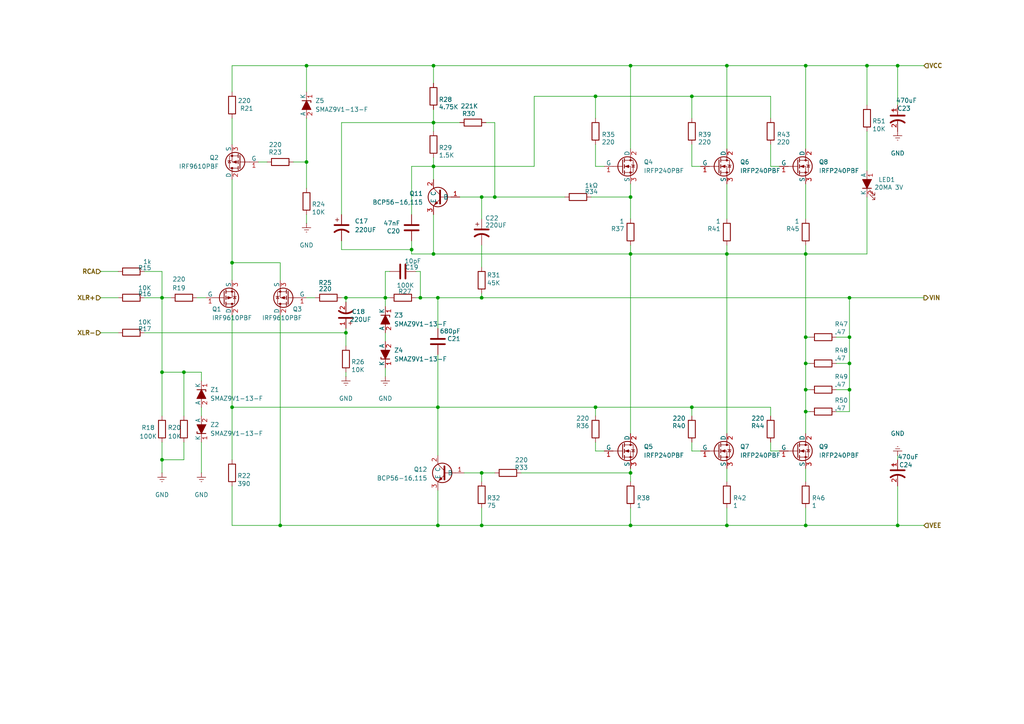
<source format=kicad_sch>
(kicad_sch (version 20250114) (generator "eeschema") (generator_version "9.0")
  (paper "A4")
  (title_block (title "音频放大电路") (date "2025-04-26") (rev "V1"))
  (lib_symbols
    (symbol "UWT1H221MNL1GS_1" (pin_numbers (hide yes)) (pin_names (offset 0) (hide yes))
      (property "Reference" "C" (at 8.89 6.35 0))
      (property "Value" "UWT1H221MNL1GS" (at 8.89 3.81 0))
      (symbol "UWT1H221MNL1GS_1_1_1"
        (pin passive line (at 0 0 0) (length 2.794) (name "1") (number "1"))
        (pin passive line (at 7.62 0 180) (length 3.302) (name "2") (number "2"))
      )
    )
    (symbol "UWT1H221MNL1GS_2" (pin_numbers (hide yes)) (pin_names (offset 0) (hide yes))
      (property "Reference" "C" (at 8.89 6.35 0))
      (property "Value" "UWT1H221MNL1GS" (at 8.89 3.81 0))
      (symbol "UWT1H221MNL1GS_2_1_1"
        (pin passive line (at 0 0 0) (length 2.794) (name "1") (number "1"))
        (pin passive line (at 7.62 0 180) (length 3.302) (name "2") (number "2"))
      )
    )
    (symbol "cus_capacitor:UWT1H221MNL1GS" (pin_names (offset 0) (hide yes))
      (property "Reference" "C" (at 8.89 6.35 0))
      (property "Value" "UWT1H221MNL1GS" (at 8.89 3.81 0))
      (symbol "UWT1H221MNL1GS_1_1"
        (pin passive line (at 0 0 0) (length 2.794) (name "1") (number "1"))
        (pin passive line (at 7.62 0 180) (length 3.302) (name "2") (number "2"))
      )
    )
    (symbol "cus_mosfet:IRF9610PBF" (pin_names (offset 0))
      (property "Reference" "Q" (at 4.064 2.032 0))
      (property "Value" "IRF9610PBF" (at 4.064 0 0))
      (symbol "IRF9610PBF_1_1"
        (pin input line (at -6.35 0 0) (length 2.54) (name "G") (number "1"))
        (pin passive line (at 1.27 5.08 270) (length 2.54) (name "S") (number "3"))
        (pin passive line (at 1.27 -5.08 90) (length 2.54) (name "D") (number "2"))
      )
    )
    (symbol "cus_mosfet:IRFP240PBF" (pin_names (offset 0))
      (property "Reference" "Q" (at 5.334 2.032 0))
      (property "Value" "IRFP240PBF" (at 5.334 0 0))
      (symbol "IRFP240PBF_1_1"
        (pin input line (at -5.08 0 0) (length 2.54) (name "G") (number "1"))
        (pin passive line (at 2.54 5.08 270) (length 2.54) (name "D") (number "2"))
        (pin passive line (at 2.54 -5.08 90) (length 2.54) (name "S") (number "3"))
      )
    )
    (symbol "cus_transistor:BCP56-16,115" (pin_names (offset 0.762))
      (symbol "BCP56-16,115_1_1"
        (pin input line (at -6.35 0 0) (length 2.54) (name "B") (number "1"))
        (pin input line (at 1.27 5.08 270) (length 2.54) (name "C") (number "2"))
        (pin passive line (at 1.27 -5.08 90) (length 2.54) (name "E") (number "3"))
      )
    )
    (symbol "cus_zener:SMAZ9V1-13-F" (pin_names (offset 0))
      (property "Reference" "Z" (at 10.16 8.89 0))
      (property "Value" "SMAZ9V1-13-F" (at 10.16 6.35 0))
      (symbol "SMAZ9V1-13-F_1_1"
        (pin passive line (at 0 0 0) (length 2.54) (name "K") (number "1"))
        (pin passive line (at 7.62 0 180) (length 2.54) (name "A") (number "2"))
      )
    )
    (symbol "generic components:C_Polarized" (pin_names (offset 0) (hide yes))
      (property "Reference" "C" (at 1.778 -1.524 0))
      (property "Value" "C_Polarized" (at 1.778 -3.302 0))
      (symbol "C_Polarized_1_1"
        (pin passive line (at -3.81 0 0) (length 3.302) (name "2") (number "2"))
        (pin passive line (at 3.81 0 180) (length 2.794) (name "1") (number "1"))
      )
    )
    (symbol "generic components:C_Unpolarized" (pin_numbers (hide yes)) (pin_names (offset 0.254))
      (property "Reference" "C" (at 1.524 1.27 0))
      (property "Value" "Cap_Non_Polarized" (at 1.524 -1.524 0))
      (symbol "C_Unpolarized_1_1"
        (pin passive line (at -3.81 0 0) (length 2.794) (name "~") (number "2"))
        (pin passive line (at 3.81 0 180) (length 2.794) (name "~") (number "1"))
      )
    )
    (symbol "generic components:LED" (pin_names (offset 0))
      (property "Reference" "D" (at 0 -2.54 0))
      (symbol "LED_1_1"
        (pin passive line (at -3.81 0 0) (length 2.54) (name "A") (number "1"))
        (pin passive line (at 3.81 0 180) (length 2.54) (name "K") (number "2"))
      )
    )
    (symbol "generic components:R" (pin_numbers (hide yes))
      (property "Reference" "R" (at 1.524 1.524 0))
      (property "Value" "R" (at 1.524 -1.524 0))
      (symbol "R_1_1"
        (pin passive line (at 0 3.81 270) (length 1.27) (name "~") (number "1"))
        (pin passive line (at 0 -3.81 90) (length 1.27) (name "~") (number "2"))
      )
    )
    (symbol "power:GNDREF" (power) (pin_numbers (hide yes)) (pin_names (offset 0) (hide yes))
      (property "Value" "GNDREF" (at 0 -3.81 0))
      (symbol "GNDREF_1_1"
        (pin power_in line (at 0 0 270) (length 0) (name "~") (number "1"))
      )
    )
  )
  (junction (at 233.68 152.4))
  (junction (at 67.31 118.11))
  (junction (at 139.7 152.4))
  (junction (at 46.99 133.35))
  (junction (at 125.73 19.05))
  (junction (at 182.88 19.05))
  (junction (at 246.38 86.36))
  (junction (at 119.38 72.39))
  (junction (at 143.51 57.15))
  (junction (at 100.33 96.52))
  (junction (at 200.66 27.94))
  (junction (at 111.76 86.36))
  (junction (at 125.73 35.56))
  (junction (at 139.7 137.16))
  (junction (at 125.73 48.26))
  (junction (at 88.9 46.99))
  (junction (at 182.88 57.15))
  (junction (at 172.72 118.11))
  (junction (at 246.38 113.03))
  (junction (at 251.46 19.05))
  (junction (at 121.92 86.36))
  (junction (at 127 86.36))
  (junction (at 233.68 119.38))
  (junction (at 139.7 57.15))
  (junction (at 182.88 152.4))
  (junction (at 246.38 97.79))
  (junction (at 46.99 107.95))
  (junction (at 172.72 27.94))
  (junction (at 210.82 73.66))
  (junction (at 139.7 86.36))
  (junction (at 67.31 76.2))
  (junction (at 246.38 105.41))
  (junction (at 81.28 152.4))
  (junction (at 260.35 19.05))
  (junction (at 233.68 97.79))
  (junction (at 53.34 107.95))
  (junction (at 182.88 137.16))
  (junction (at 182.88 73.66))
  (junction (at 46.99 86.36))
  (junction (at 210.82 19.05))
  (junction (at 125.73 73.66))
  (junction (at 100.33 86.36))
  (junction (at 233.68 19.05))
  (junction (at 233.68 73.66))
  (junction (at 233.68 105.41))
  (junction (at 88.9 19.05))
  (junction (at 210.82 152.4))
  (junction (at 260.35 152.4))
  (junction (at 127 118.11))
  (junction (at 200.66 118.11))
  (junction (at 127 152.4))
  (junction (at 233.68 113.03))
  (wire (pts (xy 119.38 69.85) (xy 119.38 72.39)))
  (wire (pts (xy 210.82 71.12) (xy 210.82 73.66)))
  (wire (pts (xy 200.66 128.27) (xy 200.66 130.81)))
  (wire (pts (xy 172.72 27.94) (xy 154.94 27.94)))
  (wire (pts (xy 121.92 78.74) (xy 121.92 86.36)))
  (wire (pts (xy 46.99 128.27) (xy 46.99 133.35)))
  (wire (pts (xy 143.51 57.15) (xy 163.83 57.15)))
  (wire (pts (xy 251.46 73.66) (xy 233.68 73.66)))
  (wire (pts (xy 41.91 78.74) (xy 46.99 78.74)))
  (wire (pts (xy 233.68 119.38) (xy 234.95 119.38)))
  (wire (pts (xy 139.7 71.12) (xy 139.7 77.47)))
  (wire (pts (xy 81.28 91.44) (xy 81.28 152.4)))
  (wire (pts (xy 200.66 130.81) (xy 203.2 130.81)))
  (wire (pts (xy 41.91 86.36) (xy 46.99 86.36)))
  (wire (pts (xy 67.31 152.4) (xy 81.28 152.4)))
  (wire (pts (xy 182.88 147.32) (xy 182.88 152.4)))
  (wire (pts (xy 53.34 133.35) (xy 46.99 133.35)))
  (wire (pts (xy 67.31 19.05) (xy 88.9 19.05)))
  (wire (pts (xy 233.68 152.4) (xy 210.82 152.4)))
  (wire (pts (xy 88.9 19.05) (xy 125.73 19.05)))
  (wire (pts (xy 57.15 86.36) (xy 59.69 86.36)))
  (wire (pts (xy 67.31 91.44) (xy 67.31 118.11)))
  (wire (pts (xy 88.9 86.36) (xy 91.44 86.36)))
  (wire (pts (xy 233.68 105.41) (xy 234.95 105.41)))
  (wire (pts (xy 139.7 57.15) (xy 139.7 63.5)))
  (wire (pts (xy 200.66 27.94) (xy 172.72 27.94)))
  (wire (pts (xy 88.9 46.99) (xy 88.9 54.61)))
  (wire (pts (xy 139.7 57.15) (xy 143.51 57.15)))
  (wire (pts (xy 154.94 48.26) (xy 125.73 48.26)))
  (wire (pts (xy 200.66 48.26) (xy 203.2 48.26)))
  (wire (pts (xy 99.06 72.39) (xy 99.06 69.85)))
  (wire (pts (xy 111.76 78.74) (xy 113.03 78.74)))
  (wire (pts (xy 210.82 53.34) (xy 210.82 63.5)))
  (wire (pts (xy 143.51 35.56) (xy 143.51 57.15)))
  (wire (pts (xy 233.68 97.79) (xy 234.95 97.79)))
  (wire (pts (xy 58.42 118.11) (xy 58.42 120.65)))
  (wire (pts (xy 172.72 128.27) (xy 172.72 130.81)))
  (wire (pts (xy 29.21 86.36) (xy 34.29 86.36)))
  (wire (pts (xy 127 118.11) (xy 172.72 118.11)))
  (wire (pts (xy 210.82 73.66) (xy 182.88 73.66)))
  (wire (pts (xy 111.76 106.68) (xy 111.76 109.22)))
  (wire (pts (xy 127 86.36) (xy 127 95.25)))
  (wire (pts (xy 200.66 41.91) (xy 200.66 48.26)))
  (wire (pts (xy 46.99 86.36) (xy 49.53 86.36)))
  (wire (pts (xy 111.76 96.52) (xy 111.76 99.06)))
  (wire (pts (xy 233.68 71.12) (xy 233.68 73.66)))
  (wire (pts (xy 223.52 128.27) (xy 223.52 130.81)))
  (wire (pts (xy 127 142.24) (xy 127 152.4)))
  (wire (pts (xy 125.73 73.66) (xy 182.88 73.66)))
  (wire (pts (xy 233.68 152.4) (xy 260.35 152.4)))
  (wire (pts (xy 182.88 71.12) (xy 182.88 73.66)))
  (wire (pts (xy 139.7 147.32) (xy 139.7 152.4)))
  (wire (pts (xy 251.46 38.1) (xy 251.46 49.53)))
  (wire (pts (xy 134.62 137.16) (xy 139.7 137.16)))
  (wire (pts (xy 121.92 86.36) (xy 127 86.36)))
  (wire (pts (xy 182.88 19.05) (xy 210.82 19.05)))
  (wire (pts (xy 67.31 52.07) (xy 67.31 76.2)))
  (wire (pts (xy 223.52 118.11) (xy 200.66 118.11)))
  (wire (pts (xy 226.06 130.81) (xy 223.52 130.81)))
  (wire (pts (xy 172.72 118.11) (xy 172.72 120.65)))
  (wire (pts (xy 223.52 27.94) (xy 200.66 27.94)))
  (wire (pts (xy 139.7 85.09) (xy 139.7 86.36)))
  (wire (pts (xy 99.06 72.39) (xy 119.38 72.39)))
  (wire (pts (xy 171.45 57.15) (xy 182.88 57.15)))
  (wire (pts (xy 67.31 140.97) (xy 67.31 152.4)))
  (wire (pts (xy 172.72 118.11) (xy 200.66 118.11)))
  (wire (pts (xy 81.28 81.28) (xy 81.28 76.2)))
  (wire (pts (xy 53.34 107.95) (xy 53.34 120.65)))
  (wire (pts (xy 81.28 152.4) (xy 127 152.4)))
  (wire (pts (xy 125.73 35.56) (xy 125.73 38.1)))
  (wire (pts (xy 246.38 86.36) (xy 267.97 86.36)))
  (wire (pts (xy 233.68 105.41) (xy 233.68 113.03)))
  (wire (pts (xy 260.35 140.97) (xy 260.35 152.4)))
  (wire (pts (xy 139.7 152.4) (xy 182.88 152.4)))
  (wire (pts (xy 182.88 137.16) (xy 182.88 135.89)))
  (wire (pts (xy 119.38 72.39) (xy 119.38 73.66)))
  (wire (pts (xy 120.65 78.74) (xy 121.92 78.74)))
  (wire (pts (xy 242.57 113.03) (xy 246.38 113.03)))
  (wire (pts (xy 85.09 46.99) (xy 88.9 46.99)))
  (wire (pts (xy 233.68 113.03) (xy 234.95 113.03)))
  (wire (pts (xy 119.38 48.26) (xy 125.73 48.26)))
  (wire (pts (xy 127 152.4) (xy 139.7 152.4)))
  (wire (pts (xy 67.31 118.11) (xy 67.31 133.35)))
  (wire (pts (xy 46.99 78.74) (xy 46.99 86.36)))
  (wire (pts (xy 246.38 113.03) (xy 246.38 105.41)))
  (wire (pts (xy 46.99 137.16) (xy 46.99 133.35)))
  (wire (pts (xy 233.68 113.03) (xy 233.68 119.38)))
  (wire (pts (xy 111.76 78.74) (xy 111.76 86.36)))
  (wire (pts (xy 133.35 57.15) (xy 139.7 57.15)))
  (wire (pts (xy 251.46 19.05) (xy 251.46 30.48)))
  (wire (pts (xy 182.88 152.4) (xy 210.82 152.4)))
  (wire (pts (xy 139.7 137.16) (xy 139.7 139.7)))
  (wire (pts (xy 182.88 125.73) (xy 182.88 73.66)))
  (wire (pts (xy 100.33 86.36) (xy 111.76 86.36)))
  (wire (pts (xy 100.33 86.36) (xy 100.33 87.63)))
  (wire (pts (xy 182.88 57.15) (xy 182.88 63.5)))
  (wire (pts (xy 251.46 57.15) (xy 251.46 73.66)))
  (wire (pts (xy 58.42 107.95) (xy 58.42 110.49)))
  (wire (pts (xy 88.9 34.29) (xy 88.9 46.99)))
  (wire (pts (xy 125.73 19.05) (xy 125.73 24.13)))
  (wire (pts (xy 242.57 119.38) (xy 246.38 119.38)))
  (wire (pts (xy 46.99 107.95) (xy 46.99 120.65)))
  (wire (pts (xy 233.68 119.38) (xy 233.68 125.73)))
  (wire (pts (xy 260.35 19.05) (xy 267.97 19.05)))
  (wire (pts (xy 242.57 105.41) (xy 246.38 105.41)))
  (wire (pts (xy 182.88 53.34) (xy 182.88 57.15)))
  (wire (pts (xy 210.82 135.89) (xy 210.82 139.7)))
  (wire (pts (xy 119.38 73.66) (xy 125.73 73.66)))
  (wire (pts (xy 120.65 86.36) (xy 121.92 86.36)))
  (wire (pts (xy 233.68 73.66) (xy 233.68 97.79)))
  (wire (pts (xy 119.38 48.26) (xy 119.38 62.23)))
  (wire (pts (xy 172.72 41.91) (xy 172.72 48.26)))
  (wire (pts (xy 67.31 76.2) (xy 67.31 81.28)))
  (wire (pts (xy 151.13 137.16) (xy 182.88 137.16)))
  (wire (pts (xy 182.88 137.16) (xy 182.88 139.7)))
  (wire (pts (xy 99.06 86.36) (xy 100.33 86.36)))
  (wire (pts (xy 233.68 73.66) (xy 210.82 73.66)))
  (wire (pts (xy 41.91 96.52) (xy 100.33 96.52)))
  (wire (pts (xy 53.34 107.95) (xy 46.99 107.95)))
  (wire (pts (xy 100.33 96.52) (xy 100.33 100.33)))
  (wire (pts (xy 67.31 118.11) (xy 127 118.11)))
  (wire (pts (xy 67.31 34.29) (xy 67.31 41.91)))
  (wire (pts (xy 125.73 62.23) (xy 125.73 73.66)))
  (wire (pts (xy 99.06 35.56) (xy 99.06 62.23)))
  (wire (pts (xy 242.57 97.79) (xy 246.38 97.79)))
  (wire (pts (xy 223.52 48.26) (xy 226.06 48.26)))
  (wire (pts (xy 200.66 27.94) (xy 200.66 34.29)))
  (wire (pts (xy 88.9 62.23) (xy 88.9 64.77)))
  (wire (pts (xy 125.73 19.05) (xy 182.88 19.05)))
  (wire (pts (xy 154.94 27.94) (xy 154.94 48.26)))
  (wire (pts (xy 233.68 43.18) (xy 233.68 19.05)))
  (wire (pts (xy 67.31 19.05) (xy 67.31 26.67)))
  (wire (pts (xy 125.73 45.72) (xy 125.73 48.26)))
  (wire (pts (xy 233.68 135.89) (xy 233.68 139.7)))
  (wire (pts (xy 233.68 53.34) (xy 233.68 63.5)))
  (wire (pts (xy 99.06 35.56) (xy 125.73 35.56)))
  (wire (pts (xy 246.38 105.41) (xy 246.38 97.79)))
  (wire (pts (xy 210.82 19.05) (xy 210.82 43.18)))
  (wire (pts (xy 233.68 147.32) (xy 233.68 152.4)))
  (wire (pts (xy 233.68 19.05) (xy 251.46 19.05)))
  (wire (pts (xy 223.52 41.91) (xy 223.52 48.26)))
  (wire (pts (xy 182.88 19.05) (xy 182.88 43.18)))
  (wire (pts (xy 100.33 107.95) (xy 100.33 109.22)))
  (wire (pts (xy 140.97 35.56) (xy 143.51 35.56)))
  (wire (pts (xy 260.35 132.08) (xy 260.35 133.35)))
  (wire (pts (xy 58.42 107.95) (xy 53.34 107.95)))
  (wire (pts (xy 88.9 19.05) (xy 88.9 26.67)))
  (wire (pts (xy 74.93 46.99) (xy 77.47 46.99)))
  (wire (pts (xy 172.72 27.94) (xy 172.72 34.29)))
  (wire (pts (xy 200.66 118.11) (xy 200.66 120.65)))
  (wire (pts (xy 210.82 19.05) (xy 233.68 19.05)))
  (wire (pts (xy 67.31 76.2) (xy 81.28 76.2)))
  (wire (pts (xy 29.21 78.74) (xy 34.29 78.74)))
  (wire (pts (xy 246.38 86.36) (xy 246.38 97.79)))
  (wire (pts (xy 125.73 48.26) (xy 125.73 52.07)))
  (wire (pts (xy 111.76 86.36) (xy 113.03 86.36)))
  (wire (pts (xy 58.42 128.27) (xy 58.42 137.16)))
  (wire (pts (xy 125.73 31.75) (xy 125.73 35.56)))
  (wire (pts (xy 246.38 119.38) (xy 246.38 113.03)))
  (wire (pts (xy 210.82 125.73) (xy 210.82 73.66)))
  (wire (pts (xy 29.21 96.52) (xy 34.29 96.52)))
  (wire (pts (xy 53.34 128.27) (xy 53.34 133.35)))
  (wire (pts (xy 223.52 118.11) (xy 223.52 120.65)))
  (wire (pts (xy 233.68 97.79) (xy 233.68 105.41)))
  (wire (pts (xy 251.46 19.05) (xy 260.35 19.05)))
  (wire (pts (xy 111.76 86.36) (xy 111.76 88.9)))
  (wire (pts (xy 175.26 48.26) (xy 172.72 48.26)))
  (wire (pts (xy 125.73 35.56) (xy 133.35 35.56)))
  (wire (pts (xy 210.82 147.32) (xy 210.82 152.4)))
  (wire (pts (xy 139.7 137.16) (xy 143.51 137.16)))
  (wire (pts (xy 127 118.11) (xy 127 132.08)))
  (wire (pts (xy 172.72 130.81) (xy 175.26 130.81)))
  (wire (pts (xy 127 102.87) (xy 127 118.11)))
  (wire (pts (xy 139.7 86.36) (xy 246.38 86.36)))
  (wire (pts (xy 100.33 95.25) (xy 100.33 96.52)))
  (wire (pts (xy 223.52 27.94) (xy 223.52 34.29)))
  (wire (pts (xy 46.99 86.36) (xy 46.99 107.95)))
  (wire (pts (xy 260.35 152.4) (xy 267.97 152.4)))
  (wire (pts (xy 127 86.36) (xy 139.7 86.36)))
  (wire (pts (xy 260.35 30.48) (xy 260.35 19.05)))
  (hierarchical_label "XLR+" (shape input) (at 29.21 86.36 180) (effects (font (thickness 0.254) (bold yes))))
  (hierarchical_label "XLR-" (shape input) (at 29.21 96.52 180) (effects (font (thickness 0.254) (bold yes))))
  (hierarchical_label "VCC" (shape input) (at 267.97 19.05 0) (effects (font (thickness 0.254) (bold yes))))
  (hierarchical_label "VIN" (shape output) (at 267.97 86.36 0) (effects (font (thickness 0.254) (bold yes))))
  (hierarchical_label "RCA" (shape input) (at 29.21 78.74 180) (effects (font (thickness 0.254) (bold yes))))
  (hierarchical_label "VEE" (shape input) (at 267.97 152.4 0) (effects (font (thickness 0.254) (bold yes))))
  (symbol (lib_id "cus_zener:SMAZ9V1-13-F") (at 58.42 110.49 270) (unit 1)
    (property "Reference" "Z1" (at 60.96 113.0299 90) (effects (justify left)))
    (property "Value" "SMAZ9V1-13-F" (at 60.96 115.5699 90) (effects (justify left)))
    (property "Footprint" "cus_zener:SMAZ9V1-13-F" (effects (hide yes)))
    (property "Description" "SMA 9.1V" (effects (hide yes)))
  )
  (symbol (lib_id "cus_mosfet:IRFP240PBF") (at 208.28 48.26 0) (unit 1)
    (property "Reference" "Q6" (at 214.63 46.9899 0) (effects (justify left)))
    (property "Value" "IRFP240PBF" (at 214.63 49.5299 0) (effects (justify left)))
    (property "Footprint" "cus_mosfet:IRFP240PBF" (effects (hide yes)))
    (property "Description" "1个N沟道 耐压:200V 电流:20A" (effects (hide yes)))
  )
  (symbol (lib_id "generic components:R") (at 67.31 30.48 180) (unit 1)
    (property "Reference" "R21" (at 69.596 30.734 0) (effects (justify right bottom)))
    (property "Value" "220" (at 70.866 29.21 0))
    (property "Footprint" "generic package:R_1206" (effects (hide yes)))
    (property "Description" "Resistor" (effects (hide yes)))
    (property "SUPPLIER" "LCSC" (effects (hide yes)))
    (property "SUPPLIER PART" "C2894616" (effects (hide yes)))
    (property "MANUFACTURER" "VO(翔胜)" (effects (hide yes)))
    (property "MANUFACTURER PART" "CR1/4W-220Ω±5%-ST26" (effects (hide yes)))
    (property "LINK" "https://atta.szlcsc.com/upload/public/pdf/source/20210803/C2857407_45FF53FE186CAB545115AD37303966CD.pdf" (effects (hide yes)))
    (property "RESISTANCE" "220Ω" (effects (hide yes)))
    (property "CONTRIBUTOR" "lcsc" (effects (hide yes)))
    (property "SPICEPRE" "R" (effects (hide yes)))
    (property "SPICESYMBOLNAME" "CR1/4W-220Ω±5%-ST26" (effects (hide yes)))
  )
  (symbol (lib_id "generic components:C_Unpolarized") (at 127 99.06 90) (unit 1)
    (property "Reference" "C21" (at 133.604 97.536 90) (effects (justify left bottom)))
    (property "Value" "680pF" (at 133.606 95.321 90) (effects (justify left bottom)))
    (property "Footprint" "cus_capacitor:CC3A681KC1GEB45F30MF" (effects (hide yes)))
    (property "Description" "Unpolarized capacitor" (effects (hide yes)))
    (property "SUPPLIER" "LCSC" (effects (hide yes)))
    (property "MANUFACTURER" "ReliaPro" (effects (hide yes)))
    (property "MANUFACTURER PART" "680pF (681) ±5% 100V" (effects (hide yes)))
    (property "NAMEALIAS" "Value" (effects (hide yes)))
    (property "SUPPLIER PART" "C33203" (effects (hide yes)))
    (property "SPICEPRE" "C" (effects (hide yes)))
    (property "SPICESYMBOLNAME" "680pF (681) ±5% 100V" (effects (hide yes)))
  )
  (symbol (lib_id "generic components:R") (at 200.66 38.1 0) (unit 1)
    (property "Reference" "R39" (at 202.44 39.76 0) (effects (justify left bottom)))
    (property "Value" "220" (at 202.438 41.941 0) (effects (justify left bottom)))
    (property "Footprint" "generic package:R_1206" (effects (hide yes)))
    (property "Description" "Resistor" (effects (hide yes)))
    (property "SUPPLIER" "LCSC" (effects (hide yes)))
    (property "SUPPLIER PART" "C2894616" (effects (hide yes)))
    (property "MANUFACTURER" "VO(翔胜)" (effects (hide yes)))
    (property "MANUFACTURER PART" "CR1/4W-220Ω±5%-ST26" (effects (hide yes)))
    (property "LINK" "https://atta.szlcsc.com/upload/public/pdf/source/20210803/C2857407_45FF53FE186CAB545115AD37303966CD.pdf" (effects (hide yes)))
    (property "RESISTANCE" "220Ω" (effects (hide yes)))
    (property "CONTRIBUTOR" "lcsc" (effects (hide yes)))
    (property "SPICEPRE" "R" (effects (hide yes)))
    (property "SPICESYMBOLNAME" "CR1/4W-220Ω±5%-ST26" (effects (hide yes)))
  )
  (symbol (lib_id "generic components:R") (at 210.82 67.31 180) (unit 1)
    (property "Reference" "R41" (at 209.04 65.65 0) (effects (justify left bottom)))
    (property "Value" "1" (at 209.042 63.469 0) (effects (justify left bottom)))
    (property "Footprint" "generic package:R 10W" (effects (hide yes)))
    (property "Description" "Resistor" (effects (hide yes)))
    (property "CONTRIBUTOR" "liuzifei" (effects (hide yes)))
    (property "SPICEPRE" "R" (effects (hide yes)))
    (property "SPICESYMBOLNAME" "5W水泥电阻" (effects (hide yes)))
  )
  (symbol (lib_id "power:GNDREF") (at 58.42 137.16 0) (unit 1)
    (property "Reference" "#PWR015" (effects (hide yes)))
    (property "Value" "GND" (at 58.42 143.51 0))
    (property "Description" "Power symbol creates a global label with name \"GNDREF\" , reference supply ground" (effects (hide yes)))
  )
  (symbol (lib_id "cus_transistor:BCP56-16,115") (at 128.27 137.16 0) (mirror y) (unit 1)
    (property "Reference" "Q12" (at 123.952 136.144 0) (effects (justify left)))
    (property "Value" "BCP56-16,115" (at 123.952 138.684 0) (effects (justify left)))
    (property "Footprint" "cus_transistor:BCX56-16,115" (effects (hide yes)))
    (property "Description" "NPN SOT-223" (effects (hide yes)))
  )
  (symbol (lib_id "generic components:R") (at 233.68 143.51 0) (unit 1)
    (property "Reference" "R46" (at 235.46 145.166 0) (effects (justify left bottom)))
    (property "Value" "1" (at 235.458 147.351 0) (effects (justify left bottom)))
    (property "Footprint" "generic package:R 10W" (effects (hide yes)))
    (property "Description" "Resistor" (effects (hide yes)))
    (property "CONTRIBUTOR" "liuzifei" (effects (hide yes)))
    (property "SPICEPRE" "R" (effects (hide yes)))
    (property "SPICESYMBOLNAME" "5W水泥电阻" (effects (hide yes)))
  )
  (symbol (lib_id "cus_mosfet:IRF9610PBF") (at 68.58 46.99 0) (mirror y) (unit 1)
    (property "Reference" "Q2" (at 63.5 45.7199 0) (effects (justify left)))
    (property "Value" "IRF9610PBF" (at 63.5 48.2599 0) (effects (justify left)))
    (property "Footprint" "cus_mosfet:IRF9610PBF" (effects (hide yes)))
    (property "Description" "1个P沟道 耐压:200V 电流:1.8A" (effects (hide yes)))
  )
  (symbol (lib_id "generic components:R") (at 223.52 124.46 180) (unit 1)
    (property "Reference" "R44" (at 221.74 122.8 0) (effects (justify left bottom)))
    (property "Value" "220" (at 221.742 120.619 0) (effects (justify left bottom)))
    (property "Footprint" "generic package:R_1206" (effects (hide yes)))
    (property "Description" "Resistor" (effects (hide yes)))
    (property "SUPPLIER" "LCSC" (effects (hide yes)))
    (property "SUPPLIER PART" "C2894616" (effects (hide yes)))
    (property "MANUFACTURER" "VO(翔胜)" (effects (hide yes)))
    (property "MANUFACTURER PART" "CR1/4W-220Ω±5%-ST26" (effects (hide yes)))
    (property "LINK" "https://atta.szlcsc.com/upload/public/pdf/source/20210803/C2857407_45FF53FE186CAB545115AD37303966CD.pdf" (effects (hide yes)))
    (property "RESISTANCE" "220Ω" (effects (hide yes)))
    (property "CONTRIBUTOR" "lcsc" (effects (hide yes)))
    (property "SPICEPRE" "R" (effects (hide yes)))
    (property "SPICESYMBOLNAME" "CR1/4W-220Ω±5%-ST26" (effects (hide yes)))
  )
  (symbol (lib_id "power:GNDREF") (at 260.35 38.1 0) (unit 1)
    (property "Reference" "#PWR019" (effects (hide yes)))
    (property "Value" "GND" (at 260.35 44.45 0))
    (property "Description" "Power symbol creates a global label with name \"GNDREF\" , reference supply ground" (effects (hide yes)))
  )
  (symbol (lib_id "generic components:R") (at 251.46 34.29 0) (unit 1)
    (property "Reference" "R51" (at 252.986 35.843 0) (effects (justify left bottom)))
    (property "Value" "10K" (at 252.984 38.127 0) (effects (justify left bottom)))
    (property "Footprint" "generic package:R_1206" (effects (hide yes)))
    (property "Description" "Resistor" (effects (hide yes)))
    (property "SUPPLIER" "LCSC" (effects (hide yes)))
    (property "SUPPLIER PART" "C136549" (effects (hide yes)))
    (property "MANUFACTURER" "Chian Chia Elec" (effects (hide yes)))
    (property "MANUFACTURER PART" "-" (effects (hide yes)))
    (property "NAMEALIAS" "Resistance (Ohms)" (effects (hide yes)))
    (property "CONTRIBUTOR" "LCSC" (effects (hide yes)))
    (property "JLCPCB PART CLASS" "Extended Part" (effects (hide yes)))
    (property "RESISTANCE" "10kΩ" (effects (hide yes)))
    (property "SPICEPRE" "R" (effects (hide yes)))
    (property "SPICESYMBOLNAME" "RI40-1/4W-10KΩ ±5% T" (effects (hide yes)))
  )
  (symbol (lib_id "generic components:R") (at 125.73 41.91 0) (unit 1)
    (property "Reference" "R29" (at 127.256 43.57 0) (effects (justify left bottom)))
    (property "Value" "1.5K" (at 127.254 45.751 0) (effects (justify left bottom)))
    (property "Footprint" "generic package:R_1206" (effects (hide yes)))
    (property "Description" "Resistor" (effects (hide yes)))
    (property "SUPPLIER" "LCSC" (effects (hide yes)))
    (property "SUPPLIER PART" "C172979" (effects (hide yes)))
    (property "MANUFACTURER" "YAGEO" (effects (hide yes)))
    (property "MANUFACTURER PART" "MFR-25FTE52-1K5" (effects (hide yes)))
    (property "NAMEALIAS" "Resistance (Ohms)" (effects (hide yes)))
    (property "CONTRIBUTOR" "LCSC" (effects (hide yes)))
    (property "JLCPCB PART CLASS" "Extended Part" (effects (hide yes)))
    (property "RESISTANCE" "1.5kΩ" (effects (hide yes)))
    (property "SPICEPRE" "R" (effects (hide yes)))
    (property "SPICESYMBOLNAME" "MFR-25FTE52-1K5" (effects (hide yes)))
  )
  (symbol (lib_id "generic components:R") (at 233.68 67.31 180) (unit 1)
    (property "Reference" "R45" (at 231.9 65.654 0) (effects (justify left bottom)))
    (property "Value" "1" (at 231.902 63.469 0) (effects (justify left bottom)))
    (property "Footprint" "generic package:R 10W" (effects (hide yes)))
    (property "Description" "Resistor" (effects (hide yes)))
    (property "CONTRIBUTOR" "liuzifei" (effects (hide yes)))
    (property "SPICEPRE" "R" (effects (hide yes)))
    (property "SPICESYMBOLNAME" "5W水泥电阻" (effects (hide yes)))
  )
  (symbol (lib_id "cus_mosfet:IRFP240PBF") (at 208.28 130.81 0) (unit 1)
    (property "Reference" "Q7" (at 214.63 129.5399 0) (effects (justify left)))
    (property "Value" "IRFP240PBF" (at 214.63 132.0799 0) (effects (justify left)))
    (property "Footprint" "cus_mosfet:IRFP240PBF" (effects (hide yes)))
    (property "Description" "1个N沟道 耐压:200V 电流:20A" (effects (hide yes)))
  )
  (symbol (lib_id "cus_capacitor:UWT1H221MNL1GS") (at 100.33 95.25 90) (unit 1)
    (property "Reference" "C18" (at 105.918 89.662 90) (effects (justify left bottom)))
    (property "Value" "220UF" (at 107.696 91.948 90) (effects (justify left bottom)))
    (property "Footprint" "cus_capacitor:SPZ1HM221G12O00RAXXX" (effects (hide yes)))
    (property "Description" "220μF 50V" (effects (hide yes)))
    (property "SUPPLIER" "LCSC" (effects (hide yes)))
    (property "SUPPLIER PART" "C2930533" (effects (hide yes)))
    (property "MANUFACTURER" "rubycon(红宝石)" (effects (hide yes)))
    (property "MANUFACTURER PART" "35ZLH220MTTIT78X11.5" (effects (hide yes)))
    (property "LINK" "https://atta.szlcsc.com/upload/public/pdf/source/20211207/CC2FCF9BA3356DC32406930ECEE82B45.pdf" (effects (hide yes)))
    (property "CAPACITANCE" "220uF" (effects (hide yes)))
    (property "CONTRIBUTOR" "lcsc" (effects (hide yes)))
    (property "JLCPCB PART CLASS" "Extended Part" (effects (hide yes)))
    (property "SPICEPRE" "C" (effects (hide yes)))
    (property "SPICESYMBOLNAME" "35ZLH220MTTIT78X11.5" (effects (hide yes)))
  )
  (symbol (lib_id "cus_zener:SMAZ9V1-13-F") (at 111.76 106.68 90) (unit 1)
    (property "Reference" "Z4" (at 114.3 101.5999 90) (effects (justify right)))
    (property "Value" "SMAZ9V1-13-F" (at 114.3 104.1399 90) (effects (justify right)))
    (property "Footprint" "cus_zener:SMAZ9V1-13-F" (effects (hide yes)))
    (property "Description" "SMA 9.1V" (effects (hide yes)))
  )
  (symbol (lib_id "generic components:R") (at 38.1 78.74 90) (unit 1)
    (property "Reference" "R15" (at 43.942 76.962 90) (effects (justify left bottom)))
    (property "Value" "1k" (at 43.942 75.184 90) (effects (justify left bottom)))
    (property "Footprint" "generic package:R_1206" (effects (hide yes)))
    (property "Description" "Resistor" (effects (hide yes)))
    (property "SUPPLIER" "LCSC" (effects (hide yes)))
    (property "SUPPLIER PART" "C713997" (effects (hide yes)))
    (property "MANUFACTURER" "Huaxing Mechanical-Elec." (effects (hide yes)))
    (property "MANUFACTURER PART" "MF1/4W-1KΩ±1%T52" (effects (hide yes)))
    (property "NAMEALIAS" "Resistance (Ohms)" (effects (hide yes)))
    (property "CONTRIBUTOR" "LCSC" (effects (hide yes)))
    (property "JLCPCB PART CLASS" "Extended Part" (effects (hide yes)))
    (property "RESISTANCE" "1kΩ" (effects (hide yes)))
    (property "SPICEPRE" "R" (effects (hide yes)))
    (property "SPICESYMBOLNAME" "MF1/4W-1KΩ±1%T52" (effects (hide yes)))
  )
  (symbol (lib_id "generic components:R") (at 38.1 96.52 90) (unit 1)
    (property "Reference" "R17" (at 43.94 94.666 90) (effects (justify left bottom)))
    (property "Value" "10K" (at 43.942 92.71 90) (effects (justify left bottom)))
    (property "Footprint" "generic package:R_1206" (effects (hide yes)))
    (property "Description" "Resistor" (effects (hide yes)))
    (property "SUPPLIER" "LCSC" (effects (hide yes)))
    (property "SUPPLIER PART" "C136549" (effects (hide yes)))
    (property "MANUFACTURER" "Chian Chia Elec" (effects (hide yes)))
    (property "MANUFACTURER PART" "-" (effects (hide yes)))
    (property "NAMEALIAS" "Resistance (Ohms)" (effects (hide yes)))
    (property "CONTRIBUTOR" "LCSC" (effects (hide yes)))
    (property "JLCPCB PART CLASS" "Extended Part" (effects (hide yes)))
    (property "RESISTANCE" "10kΩ" (effects (hide yes)))
    (property "SPICEPRE" "R" (effects (hide yes)))
    (property "SPICESYMBOLNAME" "RI40-1/4W-10KΩ ±5% T" (effects (hide yes)))
  )
  (symbol (lib_id "generic components:R") (at 172.72 124.46 180) (unit 1)
    (property "Reference" "R36" (at 170.94 122.8 0) (effects (justify left bottom)))
    (property "Value" "220" (at 170.942 120.619 0) (effects (justify left bottom)))
    (property "Footprint" "generic package:R_1206" (effects (hide yes)))
    (property "Description" "Resistor" (effects (hide yes)))
    (property "SUPPLIER" "LCSC" (effects (hide yes)))
    (property "SUPPLIER PART" "C2894616" (effects (hide yes)))
    (property "MANUFACTURER" "VO(翔胜)" (effects (hide yes)))
    (property "MANUFACTURER PART" "CR1/4W-220Ω±5%-ST26" (effects (hide yes)))
    (property "LINK" "https://atta.szlcsc.com/upload/public/pdf/source/20210803/C2857407_45FF53FE186CAB545115AD37303966CD.pdf" (effects (hide yes)))
    (property "RESISTANCE" "220Ω" (effects (hide yes)))
    (property "CONTRIBUTOR" "lcsc" (effects (hide yes)))
    (property "SPICEPRE" "R" (effects (hide yes)))
    (property "SPICESYMBOLNAME" "CR1/4W-220Ω±5%-ST26" (effects (hide yes)))
  )
  (symbol (lib_id "generic components:R") (at 81.28 46.99 90) (unit 1)
    (property "Reference" "R23" (at 81.788 43.434 90) (effects (justify left bottom)))
    (property "Value" "220" (at 81.788 41.25 90) (effects (justify left bottom)))
    (property "Footprint" "generic package:R_1206" (effects (hide yes)))
    (property "Description" "Resistor" (effects (hide yes)))
    (property "SUPPLIER" "LCSC" (effects (hide yes)))
    (property "SUPPLIER PART" "C2894616" (effects (hide yes)))
    (property "MANUFACTURER" "VO(翔胜)" (effects (hide yes)))
    (property "MANUFACTURER PART" "CR1/4W-220Ω±5%-ST26" (effects (hide yes)))
    (property "LINK" "https://atta.szlcsc.com/upload/public/pdf/source/20210803/C2857407_45FF53FE186CAB545115AD37303966CD.pdf" (effects (hide yes)))
    (property "RESISTANCE" "220Ω" (effects (hide yes)))
    (property "CONTRIBUTOR" "lcsc" (effects (hide yes)))
    (property "SPICEPRE" "R" (effects (hide yes)))
    (property "SPICESYMBOLNAME" "CR1/4W-220Ω±5%-ST26" (effects (hide yes)))
  )
  (symbol (lib_id "power:GNDREF") (at 46.99 137.16 0) (unit 1)
    (property "Reference" "#PWR014" (effects (hide yes)))
    (property "Value" "GND" (at 46.99 143.51 0))
    (property "Description" "Power symbol creates a global label with name \"GNDREF\" , reference supply ground" (effects (hide yes)))
  )
  (symbol (lib_id "generic components:C_Polarized") (at 260.35 34.29 90) (unit 1)
    (property "Reference" "C23" (at 264.16 30.734 90) (effects (justify left bottom)))
    (property "Value" "470uF" (at 265.938 28.416 90) (effects (justify left bottom)))
    (property "Footprint" "cus_capacitor:SPZ1HM471G18O00RAXXX" (effects (hide yes)))
    (property "Description" "Polarized Capacitor" (effects (hide yes)))
    (property "SUPPLIER" "LCSC" (effects (hide yes)))
    (property "MANUFACTURER" "rubycon(红宝石)" (effects (hide yes)))
    (property "MANUFACTURER PART" "35YXJ470M10x16" (effects (hide yes)))
    (property "NAMEALIAS" "Capacitance" (effects (hide yes)))
    (property "SUPPLIER PART" "C88732" (effects (hide yes)))
    (property "JLCPCB PART CLASS" "Extended Part" (effects (hide yes)))
    (property "SPICEPRE" "C" (effects (hide yes)))
    (property "SPICESYMBOLNAME" "35YXJ470M10x16" (effects (hide yes)))
  )
  (symbol (lib_id "generic components:R") (at 139.7 143.51 0) (unit 1)
    (property "Reference" "R32" (at 141.226 145.166 0) (effects (justify left bottom)))
    (property "Value" "75" (at 141.224 147.351 0) (effects (justify left bottom)))
    (property "Footprint" "generic package:R_1206" (effects (hide yes)))
    (property "Description" "Resistor" (effects (hide yes)))
    (property "SUPPLIER" "LCSC" (effects (hide yes)))
    (property "SUPPLIER PART" "C172966" (effects (hide yes)))
    (property "MANUFACTURER" "YAGEO(国巨)" (effects (hide yes)))
    (property "MANUFACTURER PART" "MFR-25FTE52-100R" (effects (hide yes)))
    (property "NAMEALIAS" "Resistance (Ohms)" (effects (hide yes)))
    (property "CONTRIBUTOR" "LCSC" (effects (hide yes)))
    (property "JLCPCB PART CLASS" "Extended Part" (effects (hide yes)))
    (property "RESISTANCE" "75Ω" (effects (hide yes)))
    (property "SPICEPRE" "R" (effects (hide yes)))
    (property "SPICESYMBOLNAME" "MFR-25FTE52-100R" (effects (hide yes)))
  )
  (symbol (lib_id "generic components:R") (at 238.76 105.41 270) (unit 1)
    (property "Reference" "R48" (at 242.062 102.362 90) (effects (justify left bottom)))
    (property "Value" ".47" (at 242.062 104.648 90) (effects (justify left bottom)))
    (property "Footprint" "generic package:R 10W" (effects (hide yes)))
    (property "Description" "Resistor" (effects (hide yes)))
    (property "CONTRIBUTOR" "liuzifei" (effects (hide yes)))
    (property "SPICEPRE" "R" (effects (hide yes)))
    (property "SPICESYMBOLNAME" "5W水泥电阻" (effects (hide yes)))
  )
  (symbol (lib_id "power:GNDREF") (at 100.33 109.22 0) (unit 1)
    (property "Reference" "#PWR017" (effects (hide yes)))
    (property "Value" "GND" (at 100.33 115.57 0))
    (property "Description" "Power symbol creates a global label with name \"GNDREF\" , reference supply ground" (effects (hide yes)))
  )
  (symbol (lib_id "generic components:LED") (at 251.46 53.34 270) (unit 1)
    (property "Reference" "LED1" (at 254.762 52.832 90) (effects (justify left bottom)))
    (property "Value" "20MA 3V" (at 257.81 54.356 90))
    (property "Footprint" "generic package:LED" (effects (hide yes)))
    (property "Description" "5MM LED BLUE 20MA 3V" (effects (hide yes)))
  )
  (symbol (lib_id "generic components:R") (at 88.9 58.42 0) (unit 1)
    (property "Reference" "R24" (at 90.426 59.973 0) (effects (justify left bottom)))
    (property "Value" "10K" (at 90.424 62.257 0) (effects (justify left bottom)))
    (property "Footprint" "generic package:R_1206" (effects (hide yes)))
    (property "Description" "Resistor" (effects (hide yes)))
    (property "SUPPLIER" "LCSC" (effects (hide yes)))
    (property "SUPPLIER PART" "C136549" (effects (hide yes)))
    (property "MANUFACTURER" "Chian Chia Elec" (effects (hide yes)))
    (property "MANUFACTURER PART" "-" (effects (hide yes)))
    (property "NAMEALIAS" "Resistance (Ohms)" (effects (hide yes)))
    (property "CONTRIBUTOR" "LCSC" (effects (hide yes)))
    (property "JLCPCB PART CLASS" "Extended Part" (effects (hide yes)))
    (property "RESISTANCE" "10kΩ" (effects (hide yes)))
    (property "SPICEPRE" "R" (effects (hide yes)))
    (property "SPICESYMBOLNAME" "RI40-1/4W-10KΩ ±5% T" (effects (hide yes)))
  )
  (symbol (lib_id "cus_mosfet:IRF9610PBF") (at 66.04 86.36 0) (unit 1)
    (property "Reference" "Q1" (at 61.468 89.662 0) (effects (justify left)))
    (property "Value" "IRF9610PBF" (at 61.468 92.202 0) (effects (justify left)))
    (property "Footprint" "cus_mosfet:IRF9610PBF" (effects (hide yes)))
    (property "Description" "1个P沟道 耐压:200V 电流:1.8A" (effects (hide yes)))
  )
  (symbol (lib_id "generic components:R") (at 95.25 86.36 90) (unit 1)
    (property "Reference" "R25" (at 96.266 81.28 90) (effects (justify left bottom)))
    (property "Value" "220" (at 96.266 83.058 90) (effects (justify left bottom)))
    (property "Footprint" "generic package:R_1206" (effects (hide yes)))
    (property "Description" "Resistor" (effects (hide yes)))
    (property "SUPPLIER" "LCSC" (effects (hide yes)))
    (property "SUPPLIER PART" "C2894616" (effects (hide yes)))
    (property "MANUFACTURER" "VO(翔胜)" (effects (hide yes)))
    (property "MANUFACTURER PART" "CR1/4W-220Ω±5%-ST26" (effects (hide yes)))
    (property "LINK" "https://atta.szlcsc.com/upload/public/pdf/source/20210803/C2857407_45FF53FE186CAB545115AD37303966CD.pdf" (effects (hide yes)))
    (property "RESISTANCE" "220Ω" (effects (hide yes)))
    (property "CONTRIBUTOR" "lcsc" (effects (hide yes)))
    (property "SPICEPRE" "R" (effects (hide yes)))
    (property "SPICESYMBOLNAME" "CR1/4W-220Ω±5%-ST26" (effects (hide yes)))
  )
  (symbol (lib_id "generic components:R") (at 137.16 35.56 90) (unit 1)
    (property "Reference" "R30" (at 137.922 32.258 90) (effects (justify left bottom)))
    (property "Value" "221K" (at 138.686 30.048 90) (effects (justify left bottom)))
    (property "Footprint" "generic package:R_1206" (effects (hide yes)))
    (property "Description" "Resistor" (effects (hide yes)))
    (property "SUPPLIER" "LCSC" (effects (hide yes)))
    (property "SUPPLIER PART" "C337178" (effects (hide yes)))
    (property "MANUFACTURER" "FlyWin" (effects (hide yes)))
    (property "MANUFACTURER PART" "-" (effects (hide yes)))
    (property "NAMEALIAS" "Resistance (Ohms)" (effects (hide yes)))
    (property "CONTRIBUTOR" "LCSC" (effects (hide yes)))
    (property "JLCPCB PART CLASS" "Extended Part" (effects (hide yes)))
    (property "RESISTANCE" "221KΩ" (effects (hide yes)))
    (property "SPICEPRE" "R" (effects (hide yes)))
    (property "SPICESYMBOLNAME" "MF1/4W ±1% 221Ω STB5" (effects (hide yes)))
  )
  (symbol (lib_id "generic components:R") (at 116.84 86.36 90) (unit 1)
    (property "Reference" "R27" (at 119.38 83.82 90) (effects (justify left bottom)))
    (property "Value" "100K" (at 120.142 82.042 90) (effects (justify left bottom)))
    (property "Footprint" "generic package:R_1206" (effects (hide yes)))
    (property "Description" "Resistor" (effects (hide yes)))
    (property "SUPPLIER" "LCSC" (effects (hide yes)))
    (property "SUPPLIER PART" "C119369" (effects (hide yes)))
    (property "MANUFACTURER" "Chian Chia Elec" (effects (hide yes)))
    (property "MANUFACTURER PART" "-" (effects (hide yes)))
    (property "NAMEALIAS" "Resistance (Ohms)" (effects (hide yes)))
    (property "CONTRIBUTOR" "LCSC" (effects (hide yes)))
    (property "JLCPCB PART CLASS" "Extended Part" (effects (hide yes)))
    (property "RESISTANCE" "100kΩ" (effects (hide yes)))
    (property "SPICEPRE" "R" (effects (hide yes)))
    (property "SPICESYMBOLNAME" "MF1/4W-100KΩ±1% T52" (effects (hide yes)))
  )
  (symbol (lib_id "generic components:R") (at 182.88 143.51 0) (unit 1)
    (property "Reference" "R38" (at 184.66 145.17 0) (effects (justify left bottom)))
    (property "Value" "1" (at 184.658 147.351 0) (effects (justify left bottom)))
    (property "Footprint" "generic package:R 10W" (effects (hide yes)))
    (property "Description" "Resistor" (effects (hide yes)))
    (property "CONTRIBUTOR" "liuzifei" (effects (hide yes)))
    (property "SPICEPRE" "R" (effects (hide yes)))
    (property "SPICESYMBOLNAME" "5W水泥电阻" (effects (hide yes)))
  )
  (symbol (lib_id "generic components:R") (at 210.82 143.51 0) (unit 1)
    (property "Reference" "R42" (at 212.6 145.166 0) (effects (justify left bottom)))
    (property "Value" "1" (at 212.598 147.351 0) (effects (justify left bottom)))
    (property "Footprint" "generic package:R 10W" (effects (hide yes)))
    (property "Description" "Resistor" (effects (hide yes)))
    (property "CONTRIBUTOR" "liuzifei" (effects (hide yes)))
    (property "SPICEPRE" "R" (effects (hide yes)))
    (property "SPICESYMBOLNAME" "5W水泥电阻" (effects (hide yes)))
  )
  (symbol (lib_id "generic components:R") (at 125.73 27.94 0) (unit 1)
    (property "Reference" "R28" (at 127.256 29.596 0) (effects (justify left bottom)))
    (property "Value" "4.75K" (at 127.254 31.75 0) (effects (justify left bottom)))
    (property "Footprint" "generic package:R_1206" (effects (hide yes)))
    (property "Description" "Resistor" (effects (hide yes)))
    (property "SUPPLIER" "LCSC" (effects (hide yes)))
    (property "SUPPLIER PART" "C172979" (effects (hide yes)))
    (property "MANUFACTURER" "YAGEO" (effects (hide yes)))
    (property "MANUFACTURER PART" "MFR-25FTE52-" (effects (hide yes)))
    (property "NAMEALIAS" "Resistance (Ohms)" (effects (hide yes)))
    (property "CONTRIBUTOR" "LCSC" (effects (hide yes)))
    (property "JLCPCB PART CLASS" "Extended Part" (effects (hide yes)))
    (property "RESISTANCE" "4.75kΩ" (effects (hide yes)))
    (property "SPICEPRE" "R" (effects (hide yes)))
    (property "SPICESYMBOLNAME" "MFR-25FTE52-1K5" (effects (hide yes)))
  )
  (symbol (lib_id "generic components:R") (at 67.31 137.16 0) (unit 1)
    (property "Reference" "R22" (at 68.834 138.715 0) (effects (justify left bottom)))
    (property "Value" "390" (at 68.834 141.033 0) (effects (justify left bottom)))
    (property "Footprint" "generic package:R_1206" (effects (hide yes)))
    (property "Description" "Resistor" (effects (hide yes)))
    (property "SUPPLIER" "LCSC" (effects (hide yes)))
    (property "MANUFACTURER" "UniOhm" (effects (hide yes)))
    (property "MANUFACTURER PART" "MFR0W4F3900A50" (effects (hide yes)))
    (property "NAMEALIAS" "Resistance (Ohms)" (effects (hide yes)))
    (property "SUPPLIER PART" "C58646" (effects (hide yes)))
    (property "JLCPCB PART CLASS" "Extended Part" (effects (hide yes)))
    (property "RESISTANCE" "390Ω" (effects (hide yes)))
    (property "SPICEPRE" "R" (effects (hide yes)))
    (property "SPICESYMBOLNAME" "MFR0W4F3900A50" (effects (hide yes)))
  )
  (symbol (lib_name "UWT1H221MNL1GS_1") (lib_id "cus_capacitor:UWT1H221MNL1GS") (at 99.06 62.23 270) (unit 1)
    (property "Reference" "C17" (at 102.87 64.1349 90) (effects (justify left)))
    (property "Value" "220UF" (at 102.87 66.6749 90) (effects (justify left)))
    (property "Footprint" "cus_capacitor:SPZ1HM221G12O00RAXXX" (effects (hide yes)))
    (property "Description" "220μF 50V" (effects (hide yes)))
  )
  (symbol (lib_id "cus_zener:SMAZ9V1-13-F") (at 111.76 88.9 270) (unit 1)
    (property "Reference" "Z3" (at 114.3 91.4399 90) (effects (justify left)))
    (property "Value" "SMAZ9V1-13-F" (at 114.3 93.9799 90) (effects (justify left)))
    (property "Footprint" "cus_zener:SMAZ9V1-13-F" (effects (hide yes)))
    (property "Description" "SMA 9.1V" (effects (hide yes)))
  )
  (symbol (lib_id "cus_mosfet:IRFP240PBF") (at 180.34 48.26 0) (unit 1)
    (property "Reference" "Q4" (at 186.69 46.9899 0) (effects (justify left)))
    (property "Value" "IRFP240PBF" (at 186.69 49.5299 0) (effects (justify left)))
    (property "Footprint" "cus_mosfet:IRFP240PBF" (effects (hide yes)))
    (property "Description" "1个N沟道 耐压:200V 电流:20A" (effects (hide yes)))
  )
  (symbol (lib_id "generic components:R") (at 139.7 81.28 0) (unit 1)
    (property "Reference" "R31" (at 141.224 80.518 0) (effects (justify left bottom)))
    (property "Value" "45K" (at 141.222 82.802 0) (effects (justify left bottom)))
    (property "Footprint" "generic package:R_1206" (effects (hide yes)))
    (property "Description" "Resistor" (effects (hide yes)))
    (property "SUPPLIER" "LCSC" (effects (hide yes)))
    (property "SUPPLIER PART" "C136549" (effects (hide yes)))
    (property "MANUFACTURER" "Chian Chia Elec" (effects (hide yes)))
    (property "MANUFACTURER PART" "-" (effects (hide yes)))
    (property "NAMEALIAS" "Resistance (Ohms)" (effects (hide yes)))
    (property "CONTRIBUTOR" "LCSC" (effects (hide yes)))
    (property "JLCPCB PART CLASS" "Extended Part" (effects (hide yes)))
    (property "RESISTANCE" "10kΩ" (effects (hide yes)))
    (property "SPICEPRE" "R" (effects (hide yes)))
    (property "SPICESYMBOLNAME" "RI40-1/4W-10KΩ ±5% T" (effects (hide yes)))
  )
  (symbol (lib_id "generic components:R") (at 53.34 86.36 90) (unit 1)
    (property "Reference" "R19" (at 53.848 82.804 90) (effects (justify left bottom)))
    (property "Value" "220" (at 53.848 80.264 90) (effects (justify left bottom)))
    (property "Footprint" "generic package:R_1206" (effects (hide yes)))
    (property "Description" "Resistor" (effects (hide yes)))
    (property "SUPPLIER" "LCSC" (effects (hide yes)))
    (property "SUPPLIER PART" "C2894616" (effects (hide yes)))
    (property "MANUFACTURER" "VO(翔胜)" (effects (hide yes)))
    (property "MANUFACTURER PART" "CR1/4W-220Ω±5%-ST26" (effects (hide yes)))
    (property "LINK" "https://atta.szlcsc.com/upload/public/pdf/source/20210803/C2857407_45FF53FE186CAB545115AD37303966CD.pdf" (effects (hide yes)))
    (property "RESISTANCE" "220Ω" (effects (hide yes)))
    (property "CONTRIBUTOR" "lcsc" (effects (hide yes)))
    (property "SPICEPRE" "R" (effects (hide yes)))
    (property "SPICESYMBOLNAME" "CR1/4W-220Ω±5%-ST26" (effects (hide yes)))
  )
  (symbol (lib_id "power:GNDREF") (at 111.76 109.22 0) (unit 1)
    (property "Reference" "#PWR018" (effects (hide yes)))
    (property "Value" "GND" (at 111.76 115.57 0))
    (property "Description" "Power symbol creates a global label with name \"GNDREF\" , reference supply ground" (effects (hide yes)))
  )
  (symbol (lib_id "cus_transistor:BCP56-16,115") (at 127 57.15 0) (mirror y) (unit 1)
    (property "Reference" "Q11" (at 122.682 56.134 0) (effects (justify left)))
    (property "Value" "BCP56-16,115" (at 122.682 58.674 0) (effects (justify left)))
    (property "Footprint" "cus_transistor:BCX56-16,115" (effects (hide yes)))
    (property "Description" "NPN SOT-223" (effects (hide yes)))
  )
  (symbol (lib_id "generic components:R") (at 238.76 119.38 270) (unit 1)
    (property "Reference" "R50" (at 242.062 116.84 90) (effects (justify left bottom)))
    (property "Value" ".47" (at 242.06 119.122 90) (effects (justify left bottom)))
    (property "Footprint" "generic package:R 10W" (effects (hide yes)))
    (property "Description" "Resistor" (effects (hide yes)))
    (property "CONTRIBUTOR" "liuzifei" (effects (hide yes)))
    (property "SPICEPRE" "R" (effects (hide yes)))
    (property "SPICESYMBOLNAME" "5W水泥电阻" (effects (hide yes)))
  )
  (symbol (lib_id "generic components:R") (at 200.66 124.46 180) (unit 1)
    (property "Reference" "R40" (at 198.88 122.8 0) (effects (justify left bottom)))
    (property "Value" "220" (at 198.882 120.619 0) (effects (justify left bottom)))
    (property "Footprint" "generic package:R_1206" (effects (hide yes)))
    (property "Description" "Resistor" (effects (hide yes)))
    (property "SUPPLIER" "LCSC" (effects (hide yes)))
    (property "SUPPLIER PART" "C2894616" (effects (hide yes)))
    (property "MANUFACTURER" "VO(翔胜)" (effects (hide yes)))
    (property "MANUFACTURER PART" "CR1/4W-220Ω±5%-ST26" (effects (hide yes)))
    (property "LINK" "https://atta.szlcsc.com/upload/public/pdf/source/20210803/C2857407_45FF53FE186CAB545115AD37303966CD.pdf" (effects (hide yes)))
    (property "RESISTANCE" "220Ω" (effects (hide yes)))
    (property "CONTRIBUTOR" "lcsc" (effects (hide yes)))
    (property "SPICEPRE" "R" (effects (hide yes)))
    (property "SPICESYMBOLNAME" "CR1/4W-220Ω±5%-ST26" (effects (hide yes)))
  )
  (symbol (lib_id "cus_mosfet:IRFP240PBF") (at 231.14 130.81 0) (unit 1)
    (property "Reference" "Q9" (at 237.49 129.5399 0) (effects (justify left)))
    (property "Value" "IRFP240PBF" (at 237.49 132.0799 0) (effects (justify left)))
    (property "Footprint" "cus_mosfet:IRFP240PBF" (effects (hide yes)))
    (property "Description" "1个N沟道 耐压:200V 电流:20A" (effects (hide yes)))
  )
  (symbol (lib_id "cus_zener:SMAZ9V1-13-F") (at 88.9 26.67 270) (unit 1)
    (property "Reference" "Z5" (at 91.44 29.2099 90) (effects (justify left)))
    (property "Value" "SMAZ9V1-13-F" (at 91.44 31.7499 90) (effects (justify left)))
    (property "Footprint" "cus_zener:SMAZ9V1-13-F" (effects (hide yes)))
    (property "Description" "SMA 9.1V" (effects (hide yes)))
  )
  (symbol (lib_id "cus_mosfet:IRFP240PBF") (at 231.14 48.26 0) (unit 1)
    (property "Reference" "Q8" (at 237.49 46.9899 0) (effects (justify left)))
    (property "Value" "IRFP240PBF" (at 237.49 49.5299 0) (effects (justify left)))
    (property "Footprint" "cus_mosfet:IRFP240PBF" (effects (hide yes)))
    (property "Description" "1个N沟道 耐压:200V 电流:20A" (effects (hide yes)))
  )
  (symbol (lib_id "generic components:R") (at 46.99 124.46 0) (unit 1)
    (property "Reference" "R18" (at 41.009 124.757 0) (effects (justify left bottom)))
    (property "Value" "100K" (at 40.414 127.297 0) (effects (justify left bottom)))
    (property "Footprint" "generic package:R_1206" (effects (hide yes)))
    (property "Description" "Resistor" (effects (hide yes)))
    (property "SUPPLIER" "LCSC" (effects (hide yes)))
    (property "SUPPLIER PART" "C119369" (effects (hide yes)))
    (property "MANUFACTURER" "Chian Chia Elec" (effects (hide yes)))
    (property "MANUFACTURER PART" "-" (effects (hide yes)))
    (property "NAMEALIAS" "Resistance (Ohms)" (effects (hide yes)))
    (property "CONTRIBUTOR" "LCSC" (effects (hide yes)))
    (property "JLCPCB PART CLASS" "Extended Part" (effects (hide yes)))
    (property "RESISTANCE" "100kΩ" (effects (hide yes)))
    (property "SPICEPRE" "R" (effects (hide yes)))
    (property "SPICESYMBOLNAME" "MF1/4W-100KΩ±1% T52" (effects (hide yes)))
  )
  (symbol (lib_id "generic components:R") (at 223.52 38.1 0) (unit 1)
    (property "Reference" "R43" (at 225.3 39.76 0) (effects (justify left bottom)))
    (property "Value" "220" (at 225.298 41.941 0) (effects (justify left bottom)))
    (property "Footprint" "generic package:R_1206" (effects (hide yes)))
    (property "Description" "Resistor" (effects (hide yes)))
    (property "SUPPLIER" "LCSC" (effects (hide yes)))
    (property "SUPPLIER PART" "C2894616" (effects (hide yes)))
    (property "MANUFACTURER" "VO(翔胜)" (effects (hide yes)))
    (property "MANUFACTURER PART" "CR1/4W-220Ω±5%-ST26" (effects (hide yes)))
    (property "LINK" "https://atta.szlcsc.com/upload/public/pdf/source/20210803/C2857407_45FF53FE186CAB545115AD37303966CD.pdf" (effects (hide yes)))
    (property "RESISTANCE" "220Ω" (effects (hide yes)))
    (property "CONTRIBUTOR" "lcsc" (effects (hide yes)))
    (property "SPICEPRE" "R" (effects (hide yes)))
    (property "SPICESYMBOLNAME" "CR1/4W-220Ω±5%-ST26" (effects (hide yes)))
  )
  (symbol (lib_name "UWT1H221MNL1GS_2") (lib_id "cus_capacitor:UWT1H221MNL1GS") (at 139.7 63.5 270) (unit 1)
    (property "Reference" "C22" (at 140.716 64.008 90) (effects (justify left bottom)))
    (property "Value" "220UF" (at 140.716 66.04 90) (effects (justify left bottom)))
    (property "Footprint" "cus_capacitor:SPZ1HM221G12O00RAXXX" (effects (hide yes)))
    (property "Description" "220μF 50V" (effects (hide yes)))
    (property "SUPPLIER" "LCSC" (effects (hide yes)))
    (property "SUPPLIER PART" "C2930533" (effects (hide yes)))
    (property "MANUFACTURER" "rubycon(红宝石)" (effects (hide yes)))
    (property "MANUFACTURER PART" "35ZLH220MTTIT78X11.5" (effects (hide yes)))
    (property "LINK" "https://atta.szlcsc.com/upload/public/pdf/source/20211207/CC2FCF9BA3356DC32406930ECEE82B45.pdf" (effects (hide yes)))
    (property "CAPACITANCE" "220uF" (effects (hide yes)))
    (property "CONTRIBUTOR" "lcsc" (effects (hide yes)))
    (property "JLCPCB PART CLASS" "Extended Part" (effects (hide yes)))
    (property "SPICEPRE" "C" (effects (hide yes)))
    (property "SPICESYMBOLNAME" "35ZLH220MTTIT78X11.5" (effects (hide yes)))
  )
  (symbol (lib_id "generic components:R") (at 238.76 113.03 270) (unit 1)
    (property "Reference" "R49" (at 242.062 109.982 90) (effects (justify left bottom)))
    (property "Value" ".47" (at 242.062 112.268 90) (effects (justify left bottom)))
    (property "Footprint" "generic package:R 10W" (effects (hide yes)))
    (property "Description" "Resistor" (effects (hide yes)))
    (property "CONTRIBUTOR" "liuzifei" (effects (hide yes)))
    (property "SPICEPRE" "R" (effects (hide yes)))
    (property "SPICESYMBOLNAME" "5W水泥电阻" (effects (hide yes)))
  )
  (symbol (lib_id "generic components:C_Unpolarized") (at 119.38 66.04 90) (unit 1)
    (property "Reference" "C20" (at 116.078 66.294 90) (effects (justify left bottom)))
    (property "Value" "47nF" (at 116.078 64.03 90) (effects (justify left bottom)))
    (property "Footprint" "cus_capacitor:MPP473J2G10NN22610" (effects (hide yes)))
    (property "Description" "Unpolarized capacitor" (effects (hide yes)))
    (property "SUPPLIER" "LCSC" (effects (hide yes)))
    (property "SUPPLIER PART" "C390175" (effects (hide yes)))
    (property "MANUFACTURER" "KYET" (effects (hide yes)))
    (property "MANUFACTURER PART" "PE473J2A0501" (effects (hide yes)))
    (property "NAMEALIAS" "Capacitance" (effects (hide yes)))
    (property "CONTRIBUTOR" "LCSC" (effects (hide yes)))
    (property "JLCPCB PART CLASS" "Extended Part" (effects (hide yes)))
    (property "SPICEPRE" "C" (effects (hide yes)))
    (property "SPICESYMBOLNAME" "PE473J2A0501" (effects (hide yes)))
  )
  (symbol (lib_id "cus_zener:SMAZ9V1-13-F") (at 58.42 128.27 90) (unit 1)
    (property "Reference" "Z2" (at 60.96 123.1899 90) (effects (justify right)))
    (property "Value" "SMAZ9V1-13-F" (at 60.96 125.7299 90) (effects (justify right)))
    (property "Footprint" "cus_zener:SMAZ9V1-13-F" (effects (hide yes)))
    (property "Description" "SMA 9.1V" (effects (hide yes)))
  )
  (symbol (lib_id "cus_mosfet:IRFP240PBF") (at 180.34 130.81 0) (unit 1)
    (property "Reference" "Q5" (at 186.69 129.5399 0) (effects (justify left)))
    (property "Value" "IRFP240PBF" (at 186.69 132.0799 0) (effects (justify left)))
    (property "Footprint" "cus_mosfet:IRFP240PBF" (effects (hide yes)))
    (property "Description" "1个N沟道 耐压:200V 电流:20A" (effects (hide yes)))
  )
  (symbol (lib_id "generic components:C_Polarized") (at 260.35 137.16 90) (unit 1)
    (property "Reference" "C24" (at 264.668 134.112 90) (effects (justify left bottom)))
    (property "Value" "470uF" (at 266.446 131.794 90) (effects (justify left bottom)))
    (property "Footprint" "cus_capacitor:SPZ1HM471G18O00RAXXX" (effects (hide yes)))
    (property "Description" "Polarized Capacitor" (effects (hide yes)))
    (property "SUPPLIER" "LCSC" (effects (hide yes)))
    (property "MANUFACTURER" "rubycon(红宝石)" (effects (hide yes)))
    (property "MANUFACTURER PART" "35YXJ470M10x16" (effects (hide yes)))
    (property "NAMEALIAS" "Capacitance" (effects (hide yes)))
    (property "SUPPLIER PART" "C88732" (effects (hide yes)))
    (property "JLCPCB PART CLASS" "Extended Part" (effects (hide yes)))
    (property "SPICEPRE" "C" (effects (hide yes)))
    (property "SPICESYMBOLNAME" "35YXJ470M10x16" (effects (hide yes)))
  )
  (symbol (lib_id "generic components:C_Unpolarized") (at 116.84 78.74 0) (unit 1)
    (property "Reference" "C19" (at 121.412 78.232 0) (effects (justify right bottom)))
    (property "Value" "10pF" (at 122.174 76.454 0) (effects (justify right bottom)))
    (property "Footprint" "cus_capacitor:CC45SL3FD100JYNNA" (effects (hide yes)))
    (property "Description" "Unpolarized capacitor" (effects (hide yes)))
    (property "SUPPLIER" "LCSC" (effects (hide yes)))
    (property "SUPPLIER PART" "C2896157" (effects (hide yes)))
    (property "MANUFACTURER" "SHM(南方宏明)" (effects (hide yes)))
    (property "MANUFACTURER PART" "DCH100K22SL N6WL5A0" (effects (hide yes)))
    (property "NAMEALIAS" "Capacitance" (effects (hide yes)))
    (property "CONTRIBUTOR" "LCSC" (effects (hide yes)))
    (property "SPICEPRE" "C" (effects (hide yes)))
    (property "SPICESYMBOLNAME" "DCH100K22SL N6WL5A0" (effects (hide yes)))
  )
  (symbol (lib_id "power:GNDREF") (at 260.35 132.08 180) (unit 1)
    (property "Reference" "#PWR020" (effects (hide yes)))
    (property "Value" "GND" (at 260.35 125.73 0))
    (property "Description" "Power symbol creates a global label with name \"GNDREF\" , reference supply ground" (effects (hide yes)))
  )
  (symbol (lib_id "generic components:R") (at 53.34 124.46 0) (unit 1)
    (property "Reference" "R20" (at 48.629 124.745 0) (effects (justify left bottom)))
    (property "Value" "10K" (at 48.671 127.283 0) (effects (justify left bottom)))
    (property "Footprint" "generic package:R_1206" (effects (hide yes)))
    (property "Description" "Resistor" (effects (hide yes)))
    (property "SUPPLIER" "LCSC" (effects (hide yes)))
    (property "SUPPLIER PART" "C119347" (effects (hide yes)))
    (property "MANUFACTURER" "Chian Chia Elec" (effects (hide yes)))
    (property "MANUFACTURER PART" "-" (effects (hide yes)))
    (property "NAMEALIAS" "Resistance (Ohms)" (effects (hide yes)))
    (property "CONTRIBUTOR" "LCSC" (effects (hide yes)))
    (property "JLCPCB PART CLASS" "Extended Part" (effects (hide yes)))
    (property "RESISTANCE" "10kΩ" (effects (hide yes)))
    (property "SPICEPRE" "R" (effects (hide yes)))
    (property "SPICESYMBOLNAME" "MF1/4W-10KΩ±1% T52" (effects (hide yes)))
  )
  (symbol (lib_id "cus_mosfet:IRF9610PBF") (at 82.55 86.36 0) (mirror y) (unit 1)
    (property "Reference" "Q3" (at 87.63 89.662 0) (effects (justify left)))
    (property "Value" "IRF9610PBF" (at 87.63 92.202 0) (effects (justify left)))
    (property "Footprint" "cus_mosfet:IRF9610PBF" (effects (hide yes)))
    (property "Description" "1个P沟道 耐压:200V 电流:1.8A" (effects (hide yes)))
  )
  (symbol (lib_id "generic components:R") (at 38.1 86.36 90) (unit 1)
    (property "Reference" "R16" (at 43.94 84.506 90) (effects (justify left bottom)))
    (property "Value" "10K" (at 43.942 82.804 90) (effects (justify left bottom)))
    (property "Footprint" "generic package:R_1206" (effects (hide yes)))
    (property "Description" "Resistor" (effects (hide yes)))
    (property "SUPPLIER" "LCSC" (effects (hide yes)))
    (property "SUPPLIER PART" "C136549" (effects (hide yes)))
    (property "MANUFACTURER" "Chian Chia Elec" (effects (hide yes)))
    (property "MANUFACTURER PART" "-" (effects (hide yes)))
    (property "NAMEALIAS" "Resistance (Ohms)" (effects (hide yes)))
    (property "CONTRIBUTOR" "LCSC" (effects (hide yes)))
    (property "JLCPCB PART CLASS" "Extended Part" (effects (hide yes)))
    (property "RESISTANCE" "10kΩ" (effects (hide yes)))
    (property "SPICEPRE" "R" (effects (hide yes)))
    (property "SPICESYMBOLNAME" "RI40-1/4W-10KΩ ±5% T" (effects (hide yes)))
  )
  (symbol (lib_id "generic components:R") (at 167.64 57.15 90) (unit 1)
    (property "Reference" "R34" (at 173.482 54.864 90) (effects (justify left bottom)))
    (property "Value" "1kΩ" (at 173.482 53.086 90) (effects (justify left bottom)))
    (property "Footprint" "generic package:R_1206" (effects (hide yes)))
    (property "Description" "Resistor" (effects (hide yes)))
    (property "SUPPLIER" "LCSC" (effects (hide yes)))
    (property "SUPPLIER PART" "C713997" (effects (hide yes)))
    (property "MANUFACTURER" "Huaxing Mechanical-Elec." (effects (hide yes)))
    (property "MANUFACTURER PART" "MF1/4W-1KΩ±1%T52" (effects (hide yes)))
    (property "NAMEALIAS" "Resistance (Ohms)" (effects (hide yes)))
    (property "CONTRIBUTOR" "LCSC" (effects (hide yes)))
    (property "JLCPCB PART CLASS" "Extended Part" (effects (hide yes)))
    (property "RESISTANCE" "1kΩ" (effects (hide yes)))
    (property "SPICEPRE" "R" (effects (hide yes)))
    (property "SPICESYMBOLNAME" "MF1/4W-1KΩ±1%T52" (effects (hide yes)))
  )
  (symbol (lib_id "power:GNDREF") (at 88.9 64.77 0) (unit 1)
    (property "Reference" "#PWR016" (effects (hide yes)))
    (property "Value" "GND" (at 88.9 71.12 0))
    (property "Description" "Power symbol creates a global label with name \"GNDREF\" , reference supply ground" (effects (hide yes)))
  )
  (symbol (lib_id "generic components:R") (at 238.76 97.79 270) (unit 1)
    (property "Reference" "R47" (at 242.062 94.742 90) (effects (justify left bottom)))
    (property "Value" ".47" (at 242.062 97.028 90) (effects (justify left bottom)))
    (property "Footprint" "generic package:R 10W" (effects (hide yes)))
    (property "Description" "Resistor" (effects (hide yes)))
    (property "CONTRIBUTOR" "liuzifei" (effects (hide yes)))
    (property "SPICEPRE" "R" (effects (hide yes)))
    (property "SPICESYMBOLNAME" "5W水泥电阻" (effects (hide yes)))
  )
  (symbol (lib_id "generic components:R") (at 172.72 38.1 0) (unit 1)
    (property "Reference" "R35" (at 174.5 39.756 0) (effects (justify left bottom)))
    (property "Value" "220" (at 174.498 41.941 0) (effects (justify left bottom)))
    (property "Footprint" "generic package:R_1206" (effects (hide yes)))
    (property "Description" "Resistor" (effects (hide yes)))
    (property "SUPPLIER" "LCSC" (effects (hide yes)))
    (property "SUPPLIER PART" "C2894616" (effects (hide yes)))
    (property "MANUFACTURER" "VO(翔胜)" (effects (hide yes)))
    (property "MANUFACTURER PART" "CR1/4W-220Ω±5%-ST26" (effects (hide yes)))
    (property "LINK" "https://atta.szlcsc.com/upload/public/pdf/source/20210803/C2857407_45FF53FE186CAB545115AD37303966CD.pdf" (effects (hide yes)))
    (property "RESISTANCE" "220Ω" (effects (hide yes)))
    (property "CONTRIBUTOR" "lcsc" (effects (hide yes)))
    (property "SPICEPRE" "R" (effects (hide yes)))
    (property "SPICESYMBOLNAME" "CR1/4W-220Ω±5%-ST26" (effects (hide yes)))
  )
  (symbol (lib_id "generic components:R") (at 100.33 104.14 0) (unit 1)
    (property "Reference" "R26" (at 101.856 105.693 0) (effects (justify left bottom)))
    (property "Value" "10K" (at 101.854 107.977 0) (effects (justify left bottom)))
    (property "Footprint" "generic package:R_1206" (effects (hide yes)))
    (property "Description" "Resistor" (effects (hide yes)))
    (property "SUPPLIER" "LCSC" (effects (hide yes)))
    (property "SUPPLIER PART" "C136549" (effects (hide yes)))
    (property "MANUFACTURER" "Chian Chia Elec" (effects (hide yes)))
    (property "MANUFACTURER PART" "-" (effects (hide yes)))
    (property "NAMEALIAS" "Resistance (Ohms)" (effects (hide yes)))
    (property "CONTRIBUTOR" "LCSC" (effects (hide yes)))
    (property "JLCPCB PART CLASS" "Extended Part" (effects (hide yes)))
    (property "RESISTANCE" "10kΩ" (effects (hide yes)))
    (property "SPICEPRE" "R" (effects (hide yes)))
    (property "SPICESYMBOLNAME" "RI40-1/4W-10KΩ ±5% T" (effects (hide yes)))
  )
  (symbol (lib_id "generic components:R") (at 147.32 137.16 90) (unit 1)
    (property "Reference" "R33" (at 153.162 134.874 90) (effects (justify left bottom)))
    (property "Value" "220" (at 153.162 132.69 90) (effects (justify left bottom)))
    (property "Footprint" "generic package:R_1206" (effects (hide yes)))
    (property "Description" "Resistor" (effects (hide yes)))
    (property "SUPPLIER" "LCSC" (effects (hide yes)))
    (property "SUPPLIER PART" "C2894616" (effects (hide yes)))
    (property "MANUFACTURER" "VO(翔胜)" (effects (hide yes)))
    (property "MANUFACTURER PART" "CR1/4W-220Ω±5%-ST26" (effects (hide yes)))
    (property "LINK" "https://atta.szlcsc.com/upload/public/pdf/source/20210803/C2857407_45FF53FE186CAB545115AD37303966CD.pdf" (effects (hide yes)))
    (property "RESISTANCE" "220Ω" (effects (hide yes)))
    (property "CONTRIBUTOR" "lcsc" (effects (hide yes)))
    (property "SPICEPRE" "R" (effects (hide yes)))
    (property "SPICESYMBOLNAME" "CR1/4W-220Ω±5%-ST26" (effects (hide yes)))
  )
  (symbol (lib_id "generic components:R") (at 182.88 67.31 180) (unit 1)
    (property "Reference" "R37" (at 181.1 65.65 0) (effects (justify left bottom)))
    (property "Value" "1" (at 181.102 63.469 0) (effects (justify left bottom)))
    (property "Footprint" "generic package:R 10W" (effects (hide yes)))
    (property "Description" "Resistor" (effects (hide yes)))
    (property "CONTRIBUTOR" "liuzifei" (effects (hide yes)))
    (property "SPICEPRE" "R" (effects (hide yes)))
    (property "SPICESYMBOLNAME" "5W水泥电阻" (effects (hide yes)))
  )
)
</source>
